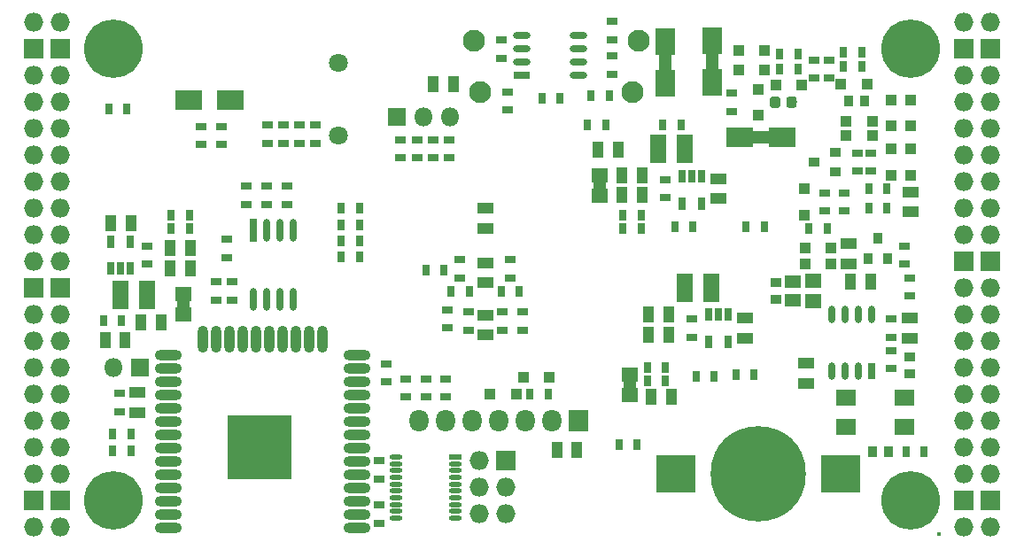
<source format=gbs>
G04 #@! TF.GenerationSoftware,KiCad,Pcbnew,5.0.0+dfsg1-2*
G04 #@! TF.CreationDate,2018-09-08T09:49:15+02:00*
G04 #@! TF.ProjectId,ulx3s,756C7833732E6B696361645F70636200,rev?*
G04 #@! TF.SameCoordinates,Original*
G04 #@! TF.FileFunction,Soldermask,Bot*
G04 #@! TF.FilePolarity,Negative*
%FSLAX46Y46*%
G04 Gerber Fmt 4.6, Leading zero omitted, Abs format (unit mm)*
G04 Created by KiCad (PCBNEW 5.0.0+dfsg1-2) date Sat Sep  8 09:49:15 2018*
%MOMM*%
%LPD*%
G01*
G04 APERTURE LIST*
%ADD10C,1.200000*%
%ADD11O,1.200000X0.500000*%
%ADD12R,1.200000X0.500000*%
%ADD13C,1.800000*%
%ADD14C,2.100000*%
%ADD15R,3.800000X3.600000*%
%ADD16C,9.100000*%
%ADD17R,1.900000X1.500000*%
%ADD18R,1.827200X2.132000*%
%ADD19O,1.827200X2.132000*%
%ADD20R,0.800000X1.300000*%
%ADD21R,0.700000X1.650000*%
%ADD22O,0.700000X1.650000*%
%ADD23R,1.650000X0.700000*%
%ADD24O,1.650000X0.700000*%
%ADD25R,0.700000X2.200000*%
%ADD26O,0.700000X2.200000*%
%ADD27O,2.600000X1.000000*%
%ADD28O,1.000000X2.600000*%
%ADD29R,6.100000X6.100000*%
%ADD30R,0.770000X1.100000*%
%ADD31R,1.500000X1.395000*%
%ADD32R,2.600000X1.900000*%
%ADD33R,1.900000X2.600000*%
%ADD34O,1.827200X1.827200*%
%ADD35R,1.827200X1.827200*%
%ADD36C,5.600000*%
%ADD37R,1.070000X1.600000*%
%ADD38R,1.600000X1.070000*%
%ADD39R,1.100000X0.770000*%
%ADD40R,1.100000X1.100000*%
%ADD41C,0.400000*%
%ADD42R,1.800000X1.800000*%
%ADD43O,1.800000X1.800000*%
%ADD44R,1.600000X2.800000*%
%ADD45R,0.900000X1.000000*%
%ADD46R,1.000000X0.900000*%
%ADD47R,0.920000X1.100000*%
%ADD48R,1.100000X0.920000*%
%ADD49R,1.500000X1.220000*%
%ADD50C,0.100000*%
%ADD51C,0.975000*%
G04 APERTURE END LIST*
D10*
G04 #@! TO.C,RP3*
X149472000Y-77311000D02*
X149472000Y-79311000D01*
G04 #@! TO.C,RP2*
X109609000Y-88632000D02*
X109609000Y-90632000D01*
G04 #@! TO.C,RP1*
X152281000Y-96361000D02*
X152281000Y-98361000D01*
G04 #@! TO.C,D9*
X166854000Y-73630000D02*
X162854000Y-73630000D01*
G04 #@! TO.C,D52*
X160155000Y-64391000D02*
X160155000Y-68391000D01*
G04 #@! TO.C,D51*
X155710000Y-68518000D02*
X155710000Y-64518000D01*
G04 #@! TD*
D11*
G04 #@! TO.C,U6*
X129985000Y-104215000D03*
X129985000Y-104865000D03*
X129985000Y-105515000D03*
X129985000Y-106165000D03*
X129985000Y-106815000D03*
X129985000Y-107465000D03*
X129985000Y-108115000D03*
X129985000Y-108765000D03*
X129985000Y-109415000D03*
X129985000Y-110065000D03*
X135685000Y-110065000D03*
X135685000Y-109415000D03*
X135685000Y-108765000D03*
X135685000Y-108115000D03*
X135685000Y-107465000D03*
X135685000Y-106815000D03*
X135685000Y-106165000D03*
X135685000Y-105515000D03*
X135685000Y-104865000D03*
D12*
X135685000Y-104215000D03*
G04 #@! TD*
D13*
G04 #@! TO.C,AUDIO1*
X124468000Y-66518000D03*
X124468000Y-73518000D03*
G04 #@! TD*
D14*
G04 #@! TO.C,GPDI1*
X152546000Y-69312000D03*
X138046000Y-69312000D03*
X153146000Y-64412000D03*
X137446000Y-64412000D03*
G04 #@! TD*
D15*
G04 #@! TO.C,BAT1*
X172485000Y-105870000D03*
X156685000Y-105870000D03*
D16*
X164585000Y-105870000D03*
G04 #@! TD*
D17*
G04 #@! TO.C,Y2*
X178576000Y-98522000D03*
X172976000Y-98522000D03*
X172976000Y-101322000D03*
X178576000Y-101322000D03*
G04 #@! TD*
D18*
G04 #@! TO.C,OLED1*
X147440000Y-100790000D03*
D19*
X144900000Y-100790000D03*
X142360000Y-100790000D03*
X139820000Y-100790000D03*
X137280000Y-100790000D03*
X134740000Y-100790000D03*
X132200000Y-100790000D03*
G04 #@! TD*
D20*
G04 #@! TO.C,U5*
X157285000Y-77392000D03*
X158235000Y-77392000D03*
X159185000Y-77392000D03*
X159185000Y-79992000D03*
X157285000Y-79992000D03*
G04 #@! TD*
G04 #@! TO.C,U3*
X159825000Y-90600000D03*
X160775000Y-90600000D03*
X161725000Y-90600000D03*
X161725000Y-93200000D03*
X159825000Y-93200000D03*
G04 #@! TD*
G04 #@! TO.C,U4*
X104575000Y-86215000D03*
X103625000Y-86215000D03*
X102675000Y-86215000D03*
X102675000Y-83615000D03*
X104575000Y-83615000D03*
G04 #@! TD*
D21*
G04 #@! TO.C,U7*
X175395000Y-96015000D03*
D22*
X174125000Y-96015000D03*
X172855000Y-96015000D03*
X171585000Y-96015000D03*
X171585000Y-90615000D03*
X172855000Y-90615000D03*
X174125000Y-90615000D03*
X175395000Y-90615000D03*
G04 #@! TD*
D23*
G04 #@! TO.C,U11*
X141980000Y-67706500D03*
D24*
X141980000Y-66436500D03*
X141980000Y-65166500D03*
X141980000Y-63896500D03*
X147380000Y-63896500D03*
X147380000Y-65166500D03*
X147380000Y-66436500D03*
X147380000Y-67706500D03*
G04 #@! TD*
D25*
G04 #@! TO.C,U10*
X116340000Y-82520000D03*
D26*
X117610000Y-82520000D03*
X118880000Y-82520000D03*
X120150000Y-82520000D03*
X120150000Y-89124000D03*
X118880000Y-89124000D03*
X117610000Y-89124000D03*
X116340000Y-89124000D03*
G04 #@! TD*
D27*
G04 #@! TO.C,U9*
X126230000Y-111000000D03*
X126230000Y-109730000D03*
X126230000Y-108460000D03*
X126230000Y-107190000D03*
X126230000Y-105920000D03*
X126230000Y-104650000D03*
X126230000Y-103380000D03*
X126230000Y-102110000D03*
X126230000Y-100840000D03*
X126230000Y-99570000D03*
X126230000Y-98300000D03*
X126230000Y-97030000D03*
X126230000Y-95760000D03*
X126230000Y-94490000D03*
D28*
X122945000Y-93000000D03*
X121675000Y-93000000D03*
X120405000Y-93000000D03*
X119135000Y-93000000D03*
X117865000Y-93000000D03*
X116595000Y-93000000D03*
X115325000Y-93000000D03*
X114055000Y-93000000D03*
X112785000Y-93000000D03*
X111515000Y-93000000D03*
D27*
X108230000Y-94490000D03*
X108230000Y-95760000D03*
X108230000Y-97030000D03*
X108230000Y-98300000D03*
X108230000Y-99570000D03*
X108230000Y-100840000D03*
X108230000Y-102110000D03*
X108230000Y-103380000D03*
X108230000Y-104650000D03*
X108230000Y-105920000D03*
X108230000Y-107190000D03*
X108230000Y-108460000D03*
X108230000Y-109730000D03*
X108230000Y-111000000D03*
D29*
X116930000Y-103300000D03*
G04 #@! TD*
D30*
G04 #@! TO.C,C49*
X103738000Y-91156000D03*
X101988000Y-91156000D03*
G04 #@! TD*
D31*
G04 #@! TO.C,RP3*
X149472000Y-79278500D03*
X149472000Y-77343500D03*
G04 #@! TD*
G04 #@! TO.C,RP2*
X109609000Y-90599500D03*
X109609000Y-88664500D03*
G04 #@! TD*
G04 #@! TO.C,RP1*
X152281000Y-98328500D03*
X152281000Y-96393500D03*
G04 #@! TD*
D32*
G04 #@! TO.C,D9*
X162854000Y-73630000D03*
X166854000Y-73630000D03*
G04 #@! TD*
D33*
G04 #@! TO.C,D52*
X160155000Y-68391000D03*
X160155000Y-64391000D03*
G04 #@! TD*
G04 #@! TO.C,D51*
X155710000Y-64518000D03*
X155710000Y-68518000D03*
G04 #@! TD*
D34*
G04 #@! TO.C,J1*
X97910000Y-62690000D03*
X95370000Y-62690000D03*
D35*
X97910000Y-65230000D03*
X95370000Y-65230000D03*
D34*
X97910000Y-67770000D03*
X95370000Y-67770000D03*
X97910000Y-70310000D03*
X95370000Y-70310000D03*
X97910000Y-72850000D03*
X95370000Y-72850000D03*
X97910000Y-75390000D03*
X95370000Y-75390000D03*
X97910000Y-77930000D03*
X95370000Y-77930000D03*
X97910000Y-80470000D03*
X95370000Y-80470000D03*
X97910000Y-83010000D03*
X95370000Y-83010000D03*
X97910000Y-85550000D03*
X95370000Y-85550000D03*
D35*
X97910000Y-88090000D03*
X95370000Y-88090000D03*
D34*
X97910000Y-90630000D03*
X95370000Y-90630000D03*
X97910000Y-93170000D03*
X95370000Y-93170000D03*
X97910000Y-95710000D03*
X95370000Y-95710000D03*
X97910000Y-98250000D03*
X95370000Y-98250000D03*
X97910000Y-100790000D03*
X95370000Y-100790000D03*
X97910000Y-103330000D03*
X95370000Y-103330000D03*
X97910000Y-105870000D03*
X95370000Y-105870000D03*
D35*
X97910000Y-108410000D03*
X95370000Y-108410000D03*
D34*
X97910000Y-110950000D03*
X95370000Y-110950000D03*
G04 #@! TD*
G04 #@! TO.C,J2*
X184270000Y-110950000D03*
X186810000Y-110950000D03*
D35*
X184270000Y-108410000D03*
X186810000Y-108410000D03*
D34*
X184270000Y-105870000D03*
X186810000Y-105870000D03*
X184270000Y-103330000D03*
X186810000Y-103330000D03*
X184270000Y-100790000D03*
X186810000Y-100790000D03*
X184270000Y-98250000D03*
X186810000Y-98250000D03*
X184270000Y-95710000D03*
X186810000Y-95710000D03*
X184270000Y-93170000D03*
X186810000Y-93170000D03*
X184270000Y-90630000D03*
X186810000Y-90630000D03*
X184270000Y-88090000D03*
X186810000Y-88090000D03*
D35*
X184270000Y-85550000D03*
X186810000Y-85550000D03*
D34*
X184270000Y-83010000D03*
X186810000Y-83010000D03*
X184270000Y-80470000D03*
X186810000Y-80470000D03*
X184270000Y-77930000D03*
X186810000Y-77930000D03*
X184270000Y-75390000D03*
X186810000Y-75390000D03*
X184270000Y-72850000D03*
X186810000Y-72850000D03*
X184270000Y-70310000D03*
X186810000Y-70310000D03*
X184270000Y-67770000D03*
X186810000Y-67770000D03*
D35*
X184270000Y-65230000D03*
X186810000Y-65230000D03*
D34*
X184270000Y-62690000D03*
X186810000Y-62690000D03*
G04 #@! TD*
D36*
G04 #@! TO.C,H1*
X102990000Y-108410000D03*
G04 #@! TD*
G04 #@! TO.C,H2*
X179190000Y-108410000D03*
G04 #@! TD*
G04 #@! TO.C,H3*
X179190000Y-65230000D03*
G04 #@! TD*
G04 #@! TO.C,H4*
X102990000Y-65230000D03*
G04 #@! TD*
D35*
G04 #@! TO.C,J4*
X140455000Y-104600000D03*
D34*
X137915000Y-104600000D03*
X140455000Y-107140000D03*
X137915000Y-107140000D03*
X140455000Y-109680000D03*
X137915000Y-109680000D03*
G04 #@! TD*
D37*
G04 #@! TO.C,C47*
X133546000Y-68550000D03*
X135456000Y-68550000D03*
G04 #@! TD*
G04 #@! TO.C,C1*
X102748500Y-81885000D03*
X104658500Y-81885000D03*
G04 #@! TD*
D30*
G04 #@! TO.C,C2*
X153985000Y-96910000D03*
X155735000Y-96910000D03*
G04 #@! TD*
D37*
G04 #@! TO.C,C3*
X156015000Y-90630000D03*
X154105000Y-90630000D03*
G04 #@! TD*
G04 #@! TO.C,C4*
X154105000Y-92535000D03*
X156015000Y-92535000D03*
G04 #@! TD*
D38*
G04 #@! TO.C,C5*
X163315000Y-90945000D03*
X163315000Y-92855000D03*
G04 #@! TD*
D30*
G04 #@! TO.C,C6*
X151645000Y-82375000D03*
X153395000Y-82375000D03*
G04 #@! TD*
D37*
G04 #@! TO.C,C7*
X153475000Y-79200000D03*
X151565000Y-79200000D03*
G04 #@! TD*
G04 #@! TO.C,C8*
X153475000Y-77295000D03*
X151565000Y-77295000D03*
G04 #@! TD*
D38*
G04 #@! TO.C,C9*
X160775000Y-79520000D03*
X160775000Y-77610000D03*
G04 #@! TD*
D30*
G04 #@! TO.C,C10*
X108465000Y-81105000D03*
X110215000Y-81105000D03*
G04 #@! TD*
D37*
G04 #@! TO.C,C11*
X108385000Y-84280000D03*
X110295000Y-84280000D03*
G04 #@! TD*
G04 #@! TO.C,C12*
X110295000Y-86185000D03*
X108385000Y-86185000D03*
G04 #@! TD*
D38*
G04 #@! TO.C,C13*
X173221000Y-83833000D03*
X173221000Y-85743000D03*
G04 #@! TD*
D39*
G04 #@! TO.C,C14*
X175380000Y-76900000D03*
X175380000Y-75150000D03*
G04 #@! TD*
D38*
G04 #@! TO.C,C15*
X105276000Y-99967000D03*
X105276000Y-98057000D03*
G04 #@! TD*
D37*
G04 #@! TO.C,C16*
X173424000Y-87473000D03*
X175334000Y-87473000D03*
G04 #@! TD*
D38*
G04 #@! TO.C,C17*
X138500000Y-90665000D03*
X138500000Y-92575000D03*
G04 #@! TD*
D39*
G04 #@! TO.C,C18*
X150589600Y-64359000D03*
X150589600Y-62609000D03*
G04 #@! TD*
D38*
G04 #@! TO.C,C19*
X138500000Y-82375000D03*
X138500000Y-80465000D03*
G04 #@! TD*
G04 #@! TO.C,C20*
X138500000Y-87575000D03*
X138500000Y-85665000D03*
G04 #@! TD*
D37*
G04 #@! TO.C,C21*
X104072000Y-93061000D03*
X102162000Y-93061000D03*
G04 #@! TD*
G04 #@! TO.C,C22*
X154359000Y-98504000D03*
X156269000Y-98504000D03*
G04 #@! TD*
G04 #@! TO.C,C23*
X105591000Y-91392000D03*
X107501000Y-91392000D03*
G04 #@! TD*
G04 #@! TO.C,C24*
X151189000Y-74882000D03*
X149279000Y-74882000D03*
G04 #@! TD*
D39*
G04 #@! TO.C,C25*
X140900000Y-87095000D03*
X140900000Y-85345000D03*
G04 #@! TD*
G04 #@! TO.C,C26*
X136100000Y-87095000D03*
X136100000Y-85345000D03*
G04 #@! TD*
G04 #@! TO.C,C27*
X136900000Y-92095000D03*
X136900000Y-90345000D03*
G04 #@! TD*
G04 #@! TO.C,C28*
X140100000Y-90345000D03*
X140100000Y-92095000D03*
G04 #@! TD*
G04 #@! TO.C,C29*
X142100000Y-92095000D03*
X142100000Y-90345000D03*
G04 #@! TD*
G04 #@! TO.C,C30*
X134900000Y-90145000D03*
X134900000Y-91895000D03*
G04 #@! TD*
D30*
G04 #@! TO.C,C31*
X135225000Y-88420000D03*
X136975000Y-88420000D03*
G04 #@! TD*
G04 #@! TO.C,C32*
X140025000Y-88420000D03*
X141775000Y-88420000D03*
G04 #@! TD*
G04 #@! TO.C,C33*
X163425000Y-82220000D03*
X165175000Y-82220000D03*
G04 #@! TD*
G04 #@! TO.C,C34*
X158375000Y-82220000D03*
X156625000Y-82220000D03*
G04 #@! TD*
D39*
G04 #@! TO.C,C35*
X177300000Y-94025000D03*
X177300000Y-95775000D03*
G04 #@! TD*
D37*
G04 #@! TO.C,C46*
X145342000Y-103584000D03*
X147252000Y-103584000D03*
G04 #@! TD*
D30*
G04 #@! TO.C,C48*
X104246000Y-70963000D03*
X102496000Y-70963000D03*
G04 #@! TD*
D39*
G04 #@! TO.C,C50*
X179063000Y-88856000D03*
X179063000Y-87106000D03*
G04 #@! TD*
D30*
G04 #@! TO.C,C51*
X180473000Y-103711000D03*
X178723000Y-103711000D03*
G04 #@! TD*
G04 #@! TO.C,C52*
X158645000Y-96490000D03*
X160395000Y-96490000D03*
G04 #@! TD*
G04 #@! TO.C,C53*
X132827200Y-86330000D03*
X134577200Y-86330000D03*
G04 #@! TD*
D38*
G04 #@! TO.C,C54*
X169172000Y-95281000D03*
X169172000Y-97191000D03*
G04 #@! TD*
G04 #@! TO.C,D11*
X179190000Y-80790000D03*
X179190000Y-78880000D03*
G04 #@! TD*
D40*
G04 #@! TO.C,D10*
X169050000Y-84280000D03*
X171550000Y-84280000D03*
G04 #@! TD*
G04 #@! TO.C,D12*
X169030000Y-78585000D03*
X169030000Y-81085000D03*
G04 #@! TD*
G04 #@! TO.C,D13*
X171550000Y-85804000D03*
X169050000Y-85804000D03*
G04 #@! TD*
G04 #@! TO.C,D14*
X179190000Y-74775000D03*
X179190000Y-77275000D03*
G04 #@! TD*
G04 #@! TO.C,D15*
X177285000Y-77275000D03*
X177285000Y-74775000D03*
G04 #@! TD*
G04 #@! TO.C,D16*
X172987000Y-73503000D03*
X175487000Y-73503000D03*
G04 #@! TD*
G04 #@! TO.C,D17*
X164585000Y-69060000D03*
X164585000Y-71560000D03*
G04 #@! TD*
G04 #@! TO.C,D20*
X168756000Y-68659000D03*
X166256000Y-68659000D03*
G04 #@! TD*
G04 #@! TO.C,D21*
X174979000Y-68550000D03*
X172479000Y-68550000D03*
G04 #@! TD*
G04 #@! TO.C,D23*
X165200000Y-67262000D03*
X162700000Y-67262000D03*
G04 #@! TD*
G04 #@! TO.C,D24*
X162700000Y-65357000D03*
X165200000Y-65357000D03*
G04 #@! TD*
G04 #@! TO.C,D25*
X177285000Y-72594000D03*
X177285000Y-70094000D03*
G04 #@! TD*
G04 #@! TO.C,D26*
X179190000Y-70094000D03*
X179190000Y-72594000D03*
G04 #@! TD*
D41*
G04 #@! TO.C,AE1*
X181872000Y-111603000D03*
G04 #@! TD*
D39*
G04 #@! TO.C,R49*
X113277000Y-74360000D03*
X113277000Y-72610000D03*
G04 #@! TD*
G04 #@! TO.C,R50*
X111372000Y-72610000D03*
X111372000Y-74360000D03*
G04 #@! TD*
D30*
G04 #@! TO.C,R51*
X155455000Y-72487000D03*
X157205000Y-72487000D03*
G04 #@! TD*
D39*
G04 #@! TO.C,R52*
X171331000Y-66278000D03*
X171331000Y-68028000D03*
G04 #@! TD*
G04 #@! TO.C,R53*
X169919000Y-68028000D03*
X169919000Y-66278000D03*
G04 #@! TD*
D30*
G04 #@! TO.C,R54*
X174477000Y-65502000D03*
X172727000Y-65502000D03*
G04 #@! TD*
D39*
G04 #@! TO.C,R56*
X128390000Y-106321000D03*
X128390000Y-104571000D03*
G04 #@! TD*
G04 #@! TO.C,R57*
X117722000Y-72483000D03*
X117722000Y-74233000D03*
G04 #@! TD*
G04 #@! TO.C,R58*
X119246000Y-74233000D03*
X119246000Y-72483000D03*
G04 #@! TD*
G04 #@! TO.C,R59*
X120770000Y-72483000D03*
X120770000Y-74233000D03*
G04 #@! TD*
G04 #@! TO.C,R60*
X122294000Y-74233000D03*
X122294000Y-72483000D03*
G04 #@! TD*
D30*
G04 #@! TO.C,R61*
X145655000Y-69900000D03*
X143905000Y-69900000D03*
G04 #@! TD*
D42*
G04 #@! TO.C,J3*
X105530000Y-95710000D03*
D43*
X102990000Y-95710000D03*
G04 #@! TD*
D42*
G04 #@! TO.C,J5*
X130056000Y-71725000D03*
D43*
X132596000Y-71725000D03*
X135136000Y-71725000D03*
G04 #@! TD*
D30*
G04 #@! TO.C,R40*
X166631000Y-65738000D03*
X168381000Y-65738000D03*
G04 #@! TD*
D39*
G04 #@! TO.C,R55*
X134740000Y-96740000D03*
X134740000Y-98490000D03*
G04 #@! TD*
D38*
G04 #@! TO.C,C55*
X179078000Y-90963000D03*
X179078000Y-92873000D03*
G04 #@! TD*
D39*
G04 #@! TO.C,R65*
X177300000Y-92793000D03*
X177300000Y-91043000D03*
G04 #@! TD*
D44*
G04 #@! TO.C,L1*
X160140000Y-88090000D03*
X157600000Y-88090000D03*
G04 #@! TD*
G04 #@! TO.C,L2*
X103625000Y-88725000D03*
X106165000Y-88725000D03*
G04 #@! TD*
G04 #@! TO.C,L3*
X155060000Y-74755000D03*
X157600000Y-74755000D03*
G04 #@! TD*
D30*
G04 #@! TO.C,R1*
X171175000Y-82375000D03*
X169425000Y-82375000D03*
G04 #@! TD*
D39*
G04 #@! TO.C,R2*
X172840000Y-78960000D03*
X172840000Y-80710000D03*
G04 #@! TD*
G04 #@! TO.C,R3*
X162045000Y-71185000D03*
X162045000Y-69435000D03*
G04 #@! TD*
D30*
G04 #@! TO.C,R4*
X176890000Y-80470000D03*
X175140000Y-80470000D03*
G04 #@! TD*
D39*
G04 #@! TO.C,R5*
X174110000Y-75150000D03*
X174110000Y-76900000D03*
G04 #@! TD*
G04 #@! TO.C,R6*
X178555000Y-85790000D03*
X178555000Y-84040000D03*
G04 #@! TD*
G04 #@! TO.C,R7*
X113785000Y-85155000D03*
X113785000Y-83405000D03*
G04 #@! TD*
G04 #@! TO.C,R8*
X170935000Y-80710000D03*
X170935000Y-78960000D03*
G04 #@! TD*
G04 #@! TO.C,R9*
X128390000Y-110555000D03*
X128390000Y-108805000D03*
G04 #@! TD*
D30*
G04 #@! TO.C,R10*
X151264000Y-103076000D03*
X153014000Y-103076000D03*
G04 #@! TD*
D39*
G04 #@! TO.C,R11*
X119515000Y-80093000D03*
X119515000Y-78343000D03*
G04 #@! TD*
G04 #@! TO.C,R12*
X114308000Y-89219000D03*
X114308000Y-87469000D03*
G04 #@! TD*
D30*
G04 #@! TO.C,R13*
X175140000Y-78565000D03*
X176890000Y-78565000D03*
G04 #@! TD*
G04 #@! TO.C,R14*
X124721000Y-85060000D03*
X126471000Y-85060000D03*
G04 #@! TD*
G04 #@! TO.C,R15*
X126471000Y-83536000D03*
X124721000Y-83536000D03*
G04 #@! TD*
G04 #@! TO.C,R16*
X124721000Y-82012000D03*
X126471000Y-82012000D03*
G04 #@! TD*
G04 #@! TO.C,R17*
X126471000Y-80470000D03*
X124721000Y-80470000D03*
G04 #@! TD*
D39*
G04 #@! TO.C,R18*
X130422000Y-73898000D03*
X130422000Y-75648000D03*
G04 #@! TD*
G04 #@! TO.C,R19*
X131961000Y-73898000D03*
X131961000Y-75648000D03*
G04 #@! TD*
G04 #@! TO.C,R20*
X133485000Y-73898000D03*
X133485000Y-75648000D03*
G04 #@! TD*
G04 #@! TO.C,R21*
X135009000Y-75648000D03*
X135009000Y-73898000D03*
G04 #@! TD*
G04 #@! TO.C,R22*
X140025500Y-66105000D03*
X140025500Y-64355000D03*
G04 #@! TD*
G04 #@! TO.C,R23*
X140597000Y-71076000D03*
X140597000Y-69326000D03*
G04 #@! TD*
G04 #@! TO.C,R24*
X150615000Y-67647000D03*
X150615000Y-65897000D03*
G04 #@! TD*
D30*
G04 #@! TO.C,R25*
X148300000Y-72487000D03*
X150050000Y-72487000D03*
G04 #@! TD*
G04 #@! TO.C,R26*
X150362000Y-69693000D03*
X148612000Y-69693000D03*
G04 #@! TD*
D39*
G04 #@! TO.C,R27*
X129025000Y-95300000D03*
X129025000Y-97050000D03*
G04 #@! TD*
G04 #@! TO.C,R28*
X117595000Y-78343000D03*
X117595000Y-80093000D03*
G04 #@! TD*
G04 #@! TO.C,R29*
X112784000Y-89219000D03*
X112784000Y-87469000D03*
G04 #@! TD*
G04 #@! TO.C,R30*
X115690000Y-78343000D03*
X115690000Y-80093000D03*
G04 #@! TD*
D30*
G04 #@! TO.C,R31*
X142755000Y-98250000D03*
X144505000Y-98250000D03*
G04 #@! TD*
D39*
G04 #@! TO.C,R32*
X132835000Y-98490000D03*
X132835000Y-96740000D03*
G04 #@! TD*
G04 #@! TO.C,R33*
X130930000Y-96740000D03*
X130930000Y-98490000D03*
G04 #@! TD*
D30*
G04 #@! TO.C,R34*
X102877000Y-103600000D03*
X104627000Y-103600000D03*
G04 #@! TD*
G04 #@! TO.C,R35*
X102877000Y-102060000D03*
X104627000Y-102060000D03*
G04 #@! TD*
D39*
G04 #@! TO.C,R38*
X103576500Y-99905000D03*
X103576500Y-98155000D03*
G04 #@! TD*
D30*
G04 #@! TO.C,R39*
X164190000Y-96345000D03*
X162440000Y-96345000D03*
G04 #@! TD*
G04 #@! TO.C,R63*
X168381000Y-67135000D03*
X166631000Y-67135000D03*
G04 #@! TD*
G04 #@! TO.C,R64*
X174475000Y-66899000D03*
X172725000Y-66899000D03*
G04 #@! TD*
G04 #@! TO.C,RA1*
X153985000Y-95640000D03*
X155735000Y-95640000D03*
G04 #@! TD*
G04 #@! TO.C,RA2*
X110215000Y-82375000D03*
X108465000Y-82375000D03*
G04 #@! TD*
G04 #@! TO.C,RA3*
X151645000Y-81105000D03*
X153395000Y-81105000D03*
G04 #@! TD*
D39*
G04 #@! TO.C,RB1*
X158235000Y-92775000D03*
X158235000Y-91025000D03*
G04 #@! TD*
G04 #@! TO.C,RB2*
X106165000Y-85790000D03*
X106165000Y-84040000D03*
G04 #@! TD*
G04 #@! TO.C,RB3*
X155695000Y-79440000D03*
X155695000Y-77690000D03*
G04 #@! TD*
D32*
G04 #@! TO.C,D8*
X110149000Y-70074000D03*
X114149000Y-70074000D03*
G04 #@! TD*
D45*
G04 #@! TO.C,Q1*
X176015000Y-83280000D03*
X175065000Y-85280000D03*
X176965000Y-85280000D03*
G04 #@! TD*
D46*
G04 #@! TO.C,Q2*
X171935000Y-75075000D03*
X171935000Y-76975000D03*
X169935000Y-76025000D03*
G04 #@! TD*
D40*
G04 #@! TO.C,D27*
X175502000Y-72106000D03*
X173002000Y-72106000D03*
G04 #@! TD*
D47*
G04 #@! TO.C,R66*
X173198000Y-70201000D03*
X174798000Y-70201000D03*
G04 #@! TD*
D48*
G04 #@! TO.C,C56*
X179078000Y-96274000D03*
X179078000Y-94674000D03*
G04 #@! TD*
D47*
G04 #@! TO.C,C57*
X177084000Y-103711000D03*
X175484000Y-103711000D03*
G04 #@! TD*
D49*
G04 #@! TO.C,C58*
X167902000Y-89242000D03*
X167902000Y-87482000D03*
G04 #@! TD*
D48*
G04 #@! TO.C,C59*
X166251000Y-89162000D03*
X166251000Y-87562000D03*
G04 #@! TD*
D31*
G04 #@! TO.C,L4*
X169807000Y-87394500D03*
X169807000Y-89329500D03*
G04 #@! TD*
D40*
G04 #@! TO.C,D28*
X144626000Y-96599000D03*
X142126000Y-96599000D03*
G04 #@! TD*
G04 #@! TO.C,D29*
X138951000Y-98250000D03*
X141451000Y-98250000D03*
G04 #@! TD*
D50*
G04 #@! TO.C,C60*
G36*
X166478142Y-69786174D02*
X166501803Y-69789684D01*
X166525007Y-69795496D01*
X166547529Y-69803554D01*
X166569153Y-69813782D01*
X166589670Y-69826079D01*
X166608883Y-69840329D01*
X166626607Y-69856393D01*
X166642671Y-69874117D01*
X166656921Y-69893330D01*
X166669218Y-69913847D01*
X166679446Y-69935471D01*
X166687504Y-69957993D01*
X166693316Y-69981197D01*
X166696826Y-70004858D01*
X166698000Y-70028750D01*
X166698000Y-70591250D01*
X166696826Y-70615142D01*
X166693316Y-70638803D01*
X166687504Y-70662007D01*
X166679446Y-70684529D01*
X166669218Y-70706153D01*
X166656921Y-70726670D01*
X166642671Y-70745883D01*
X166626607Y-70763607D01*
X166608883Y-70779671D01*
X166589670Y-70793921D01*
X166569153Y-70806218D01*
X166547529Y-70816446D01*
X166525007Y-70824504D01*
X166501803Y-70830316D01*
X166478142Y-70833826D01*
X166454250Y-70835000D01*
X165966750Y-70835000D01*
X165942858Y-70833826D01*
X165919197Y-70830316D01*
X165895993Y-70824504D01*
X165873471Y-70816446D01*
X165851847Y-70806218D01*
X165831330Y-70793921D01*
X165812117Y-70779671D01*
X165794393Y-70763607D01*
X165778329Y-70745883D01*
X165764079Y-70726670D01*
X165751782Y-70706153D01*
X165741554Y-70684529D01*
X165733496Y-70662007D01*
X165727684Y-70638803D01*
X165724174Y-70615142D01*
X165723000Y-70591250D01*
X165723000Y-70028750D01*
X165724174Y-70004858D01*
X165727684Y-69981197D01*
X165733496Y-69957993D01*
X165741554Y-69935471D01*
X165751782Y-69913847D01*
X165764079Y-69893330D01*
X165778329Y-69874117D01*
X165794393Y-69856393D01*
X165812117Y-69840329D01*
X165831330Y-69826079D01*
X165851847Y-69813782D01*
X165873471Y-69803554D01*
X165895993Y-69795496D01*
X165919197Y-69789684D01*
X165942858Y-69786174D01*
X165966750Y-69785000D01*
X166454250Y-69785000D01*
X166478142Y-69786174D01*
X166478142Y-69786174D01*
G37*
D51*
X166210500Y-70310000D03*
D50*
G36*
X168053142Y-69786174D02*
X168076803Y-69789684D01*
X168100007Y-69795496D01*
X168122529Y-69803554D01*
X168144153Y-69813782D01*
X168164670Y-69826079D01*
X168183883Y-69840329D01*
X168201607Y-69856393D01*
X168217671Y-69874117D01*
X168231921Y-69893330D01*
X168244218Y-69913847D01*
X168254446Y-69935471D01*
X168262504Y-69957993D01*
X168268316Y-69981197D01*
X168271826Y-70004858D01*
X168273000Y-70028750D01*
X168273000Y-70591250D01*
X168271826Y-70615142D01*
X168268316Y-70638803D01*
X168262504Y-70662007D01*
X168254446Y-70684529D01*
X168244218Y-70706153D01*
X168231921Y-70726670D01*
X168217671Y-70745883D01*
X168201607Y-70763607D01*
X168183883Y-70779671D01*
X168164670Y-70793921D01*
X168144153Y-70806218D01*
X168122529Y-70816446D01*
X168100007Y-70824504D01*
X168076803Y-70830316D01*
X168053142Y-70833826D01*
X168029250Y-70835000D01*
X167541750Y-70835000D01*
X167517858Y-70833826D01*
X167494197Y-70830316D01*
X167470993Y-70824504D01*
X167448471Y-70816446D01*
X167426847Y-70806218D01*
X167406330Y-70793921D01*
X167387117Y-70779671D01*
X167369393Y-70763607D01*
X167353329Y-70745883D01*
X167339079Y-70726670D01*
X167326782Y-70706153D01*
X167316554Y-70684529D01*
X167308496Y-70662007D01*
X167302684Y-70638803D01*
X167299174Y-70615142D01*
X167298000Y-70591250D01*
X167298000Y-70028750D01*
X167299174Y-70004858D01*
X167302684Y-69981197D01*
X167308496Y-69957993D01*
X167316554Y-69935471D01*
X167326782Y-69913847D01*
X167339079Y-69893330D01*
X167353329Y-69874117D01*
X167369393Y-69856393D01*
X167387117Y-69840329D01*
X167406330Y-69826079D01*
X167426847Y-69813782D01*
X167448471Y-69803554D01*
X167470993Y-69795496D01*
X167494197Y-69789684D01*
X167517858Y-69786174D01*
X167541750Y-69785000D01*
X168029250Y-69785000D01*
X168053142Y-69786174D01*
X168053142Y-69786174D01*
G37*
D51*
X167785500Y-70310000D03*
G04 #@! TD*
M02*

</source>
